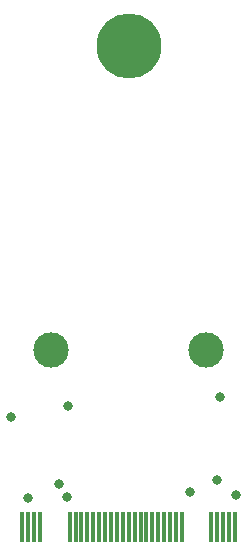
<source format=gbr>
%TF.GenerationSoftware,KiCad,Pcbnew,6.0.10-86aedd382b~118~ubuntu20.04.1*%
%TF.CreationDate,2023-01-28T15:04:09-05:00*%
%TF.ProjectId,Logitech Unifying 2242,4c6f6769-7465-4636-9820-556e69667969,A*%
%TF.SameCoordinates,Original*%
%TF.FileFunction,Soldermask,Bot*%
%TF.FilePolarity,Negative*%
%FSLAX46Y46*%
G04 Gerber Fmt 4.6, Leading zero omitted, Abs format (unit mm)*
G04 Created by KiCad (PCBNEW 6.0.10-86aedd382b~118~ubuntu20.04.1) date 2023-01-28 15:04:09*
%MOMM*%
%LPD*%
G01*
G04 APERTURE LIST*
%ADD10C,3.000000*%
%ADD11R,0.350000X2.500000*%
%ADD12C,5.500000*%
%ADD13C,0.800000*%
G04 APERTURE END LIST*
D10*
%TO.C,USB*%
X132008000Y-104984000D03*
X145148000Y-104984000D03*
%TD*%
D11*
%TO.C,J1*%
X147600000Y-119950000D03*
D12*
X138600000Y-79200000D03*
D11*
X147100000Y-119950000D03*
X146600000Y-119950000D03*
X146100000Y-119950000D03*
X145600000Y-119950000D03*
X143100000Y-119950000D03*
X142600000Y-119950000D03*
X142100000Y-119950000D03*
X141600000Y-119950000D03*
X141100000Y-119950000D03*
X140600000Y-119950000D03*
X140100000Y-119950000D03*
X139600000Y-119950000D03*
X139100000Y-119950000D03*
X138600000Y-119950000D03*
X138100000Y-119950000D03*
X137600000Y-119950000D03*
X137100000Y-119950000D03*
X136600000Y-119950000D03*
X136100000Y-119950000D03*
X135600000Y-119950000D03*
X135100000Y-119950000D03*
X134600000Y-119950000D03*
X134100000Y-119950000D03*
X133600000Y-119950000D03*
X131100000Y-119950000D03*
X130600000Y-119950000D03*
X130100000Y-119950000D03*
X129600000Y-119950000D03*
%TD*%
D13*
X128600000Y-110600000D03*
X133400000Y-117400000D03*
X146100000Y-116000000D03*
X146300000Y-108900000D03*
X143800000Y-117024500D03*
X147700000Y-117200000D03*
X133500000Y-109700000D03*
X130100000Y-117500000D03*
X132700000Y-116300000D03*
M02*

</source>
